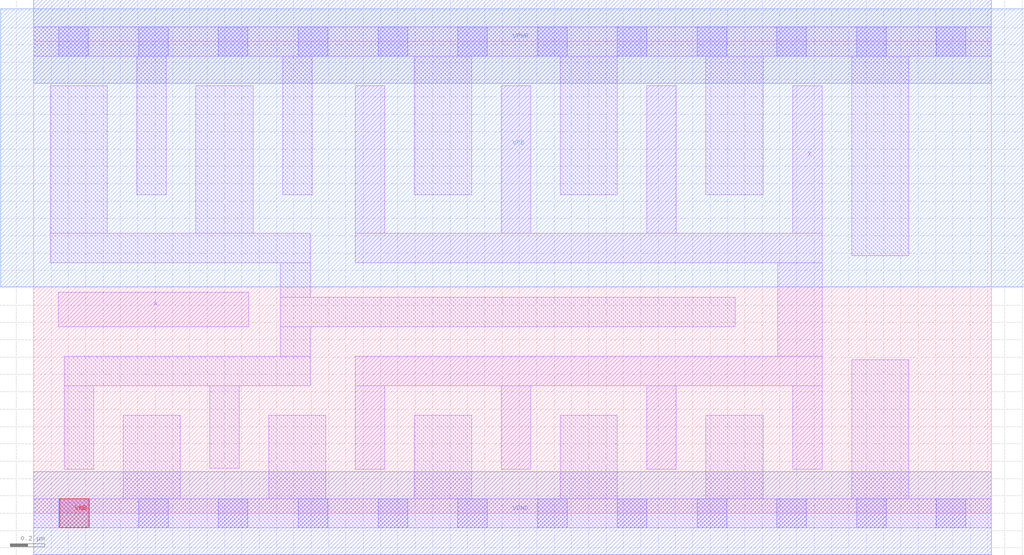
<source format=lef>
# Copyright 2020 The SkyWater PDK Authors
#
# Licensed under the Apache License, Version 2.0 (the "License");
# you may not use this file except in compliance with the License.
# You may obtain a copy of the License at
#
#     https://www.apache.org/licenses/LICENSE-2.0
#
# Unless required by applicable law or agreed to in writing, software
# distributed under the License is distributed on an "AS IS" BASIS,
# WITHOUT WARRANTIES OR CONDITIONS OF ANY KIND, either express or implied.
# See the License for the specific language governing permissions and
# limitations under the License.
#
# SPDX-License-Identifier: Apache-2.0

VERSION 5.7 ;
  NOWIREEXTENSIONATPIN ON ;
  DIVIDERCHAR "/" ;
  BUSBITCHARS "[]" ;
MACRO sky130_fd_sc_hd__buf_8
  CLASS CORE ;
  FOREIGN sky130_fd_sc_hd__buf_8 ;
  ORIGIN  0.000000  0.000000 ;
  SIZE  5.520000 BY  2.720000 ;
  SYMMETRY X Y R90 ;
  SITE unithd ;
  PIN A
    ANTENNAGATEAREA  0.742500 ;
    DIRECTION INPUT ;
    USE SIGNAL ;
    PORT
      LAYER li1 ;
        RECT 0.140000 1.075000 1.240000 1.275000 ;
    END
  END A
  PIN X
    ANTENNADIFFAREA  1.782000 ;
    DIRECTION OUTPUT ;
    USE SIGNAL ;
    PORT
      LAYER li1 ;
        RECT 1.855000 0.255000 2.025000 0.735000 ;
        RECT 1.855000 0.735000 4.545000 0.905000 ;
        RECT 1.855000 1.445000 4.545000 1.615000 ;
        RECT 1.855000 1.615000 2.025000 2.465000 ;
        RECT 2.695000 0.255000 2.865000 0.735000 ;
        RECT 2.695000 1.615000 2.865000 2.465000 ;
        RECT 3.535000 0.255000 3.705000 0.735000 ;
        RECT 3.535000 1.615000 3.705000 2.465000 ;
        RECT 4.290000 0.905000 4.545000 1.445000 ;
        RECT 4.375000 0.255000 4.545000 0.735000 ;
        RECT 4.375000 1.615000 4.545000 2.465000 ;
    END
  END X
  PIN VGND
    DIRECTION INOUT ;
    SHAPE ABUTMENT ;
    USE GROUND ;
    PORT
      LAYER met1 ;
        RECT 0.000000 -0.240000 5.520000 0.240000 ;
    END
  END VGND
  PIN VNB
    DIRECTION INOUT ;
    USE GROUND ;
    PORT
      LAYER pwell ;
        RECT 0.150000 -0.085000 0.320000 0.085000 ;
    END
  END VNB
  PIN VPB
    DIRECTION INOUT ;
    USE POWER ;
    PORT
      LAYER nwell ;
        RECT -0.190000 1.305000 5.710000 2.910000 ;
    END
  END VPB
  PIN VPWR
    DIRECTION INOUT ;
    SHAPE ABUTMENT ;
    USE POWER ;
    PORT
      LAYER met1 ;
        RECT 0.000000 2.480000 5.520000 2.960000 ;
    END
  END VPWR
  OBS
    LAYER li1 ;
      RECT 0.000000 -0.085000 5.520000 0.085000 ;
      RECT 0.000000  2.635000 5.520000 2.805000 ;
      RECT 0.095000  1.445000 1.595000 1.615000 ;
      RECT 0.095000  1.615000 0.425000 2.465000 ;
      RECT 0.175000  0.255000 0.345000 0.735000 ;
      RECT 0.175000  0.735000 1.595000 0.905000 ;
      RECT 0.515000  0.085000 0.845000 0.565000 ;
      RECT 0.595000  1.835000 0.765000 2.635000 ;
      RECT 0.935000  1.615000 1.265000 2.465000 ;
      RECT 1.015000  0.260000 1.185000 0.735000 ;
      RECT 1.355000  0.085000 1.685000 0.565000 ;
      RECT 1.420000  0.905000 1.595000 1.075000 ;
      RECT 1.420000  1.075000 4.045000 1.245000 ;
      RECT 1.420000  1.245000 1.595000 1.445000 ;
      RECT 1.435000  1.835000 1.605000 2.635000 ;
      RECT 2.195000  0.085000 2.525000 0.565000 ;
      RECT 2.195000  1.835000 2.525000 2.635000 ;
      RECT 3.035000  0.085000 3.365000 0.565000 ;
      RECT 3.035000  1.835000 3.365000 2.635000 ;
      RECT 3.875000  0.085000 4.205000 0.565000 ;
      RECT 3.875000  1.835000 4.205000 2.635000 ;
      RECT 4.715000  0.085000 5.045000 0.885000 ;
      RECT 4.715000  1.485000 5.045000 2.635000 ;
    LAYER mcon ;
      RECT 0.145000 -0.085000 0.315000 0.085000 ;
      RECT 0.145000  2.635000 0.315000 2.805000 ;
      RECT 0.605000 -0.085000 0.775000 0.085000 ;
      RECT 0.605000  2.635000 0.775000 2.805000 ;
      RECT 1.065000 -0.085000 1.235000 0.085000 ;
      RECT 1.065000  2.635000 1.235000 2.805000 ;
      RECT 1.525000 -0.085000 1.695000 0.085000 ;
      RECT 1.525000  2.635000 1.695000 2.805000 ;
      RECT 1.985000 -0.085000 2.155000 0.085000 ;
      RECT 1.985000  2.635000 2.155000 2.805000 ;
      RECT 2.445000 -0.085000 2.615000 0.085000 ;
      RECT 2.445000  2.635000 2.615000 2.805000 ;
      RECT 2.905000 -0.085000 3.075000 0.085000 ;
      RECT 2.905000  2.635000 3.075000 2.805000 ;
      RECT 3.365000 -0.085000 3.535000 0.085000 ;
      RECT 3.365000  2.635000 3.535000 2.805000 ;
      RECT 3.825000 -0.085000 3.995000 0.085000 ;
      RECT 3.825000  2.635000 3.995000 2.805000 ;
      RECT 4.285000 -0.085000 4.455000 0.085000 ;
      RECT 4.285000  2.635000 4.455000 2.805000 ;
      RECT 4.745000 -0.085000 4.915000 0.085000 ;
      RECT 4.745000  2.635000 4.915000 2.805000 ;
      RECT 5.205000 -0.085000 5.375000 0.085000 ;
      RECT 5.205000  2.635000 5.375000 2.805000 ;
  END
END sky130_fd_sc_hd__buf_8
END LIBRARY

</source>
